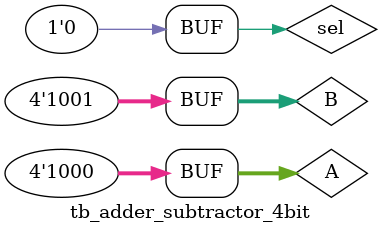
<source format=v>
/*--  *******************************************************
--  Computer Architecture Course, Laboratory Sources 
--  Amirkabir University of Technology (Tehran Polytechnic)
--  Department of Computer Engineering (CE-AUT)
--  https://ce[dot]aut[dot]ac[dot]ir
--  *******************************************************
--  All Rights reserved (C) 2019-2020
--  *******************************************************
--  Student ID  : 
--  Student Name: 
--  Student Mail: 
--  *******************************************************
--  Additional Comments:
--
--*/

/*-----------------------------------------------------------
---  Module Name: Decoder Testbench
---  Description: Lab 05 Part 1 Testbench
-----------------------------------------------------------*/
`timescale 1 ns/1 ns


module tb_adder_subtractor_4bit ();

reg [3:0] A;
reg [3:0] B;
reg sel;

wire [3:0] sum;
wire [3:0] sum_delay;
wire cout;
wire cout_delay;

	adder_subtractor_fourbit test_adder_subtractor_4bit (.A(A), .B(B), .sel(sel), .S(sum), .Cout(cout));
	adder_subtractor_fourbit_delay test_adder_subtractor_4bit_delay (.A(A), .B(B), .sel(sel), .S(sum_delay), .Cout(cout_delay));


	initial 
		begin
		
		A = 4'b1111;
		B = 4'b1111;
		sel= 1'b0;
		#100
		
		A = 4'b1111;
		B = 4'b1111;
		sel= 1'b1;
		#100
		
		A = 4'b0111;
		B = 4'b1000;
		sel= 1'b0;
		#100
		
		A = 4'b0111;
		B = 4'b1111;
		sel= 1'b1;
		#100
		
		A = 4'b0111;
		B = 4'b0101;
		sel= 1'b0;
		#100
		
		A = 4'b0111;
		B = 4'b0101;
		sel= 1'b1;
		#100
		
		A = 4'b1001;
		B = 4'b1000;
		sel= 1'b0;
		#100
		
		A = 4'b1001;
		B = 4'b1000;
		sel= 1'b1;
		#100
		
		A = 4'b1000;
		B = 4'b1001;
		sel= 1'b0;
			
	end

endmodule

</source>
